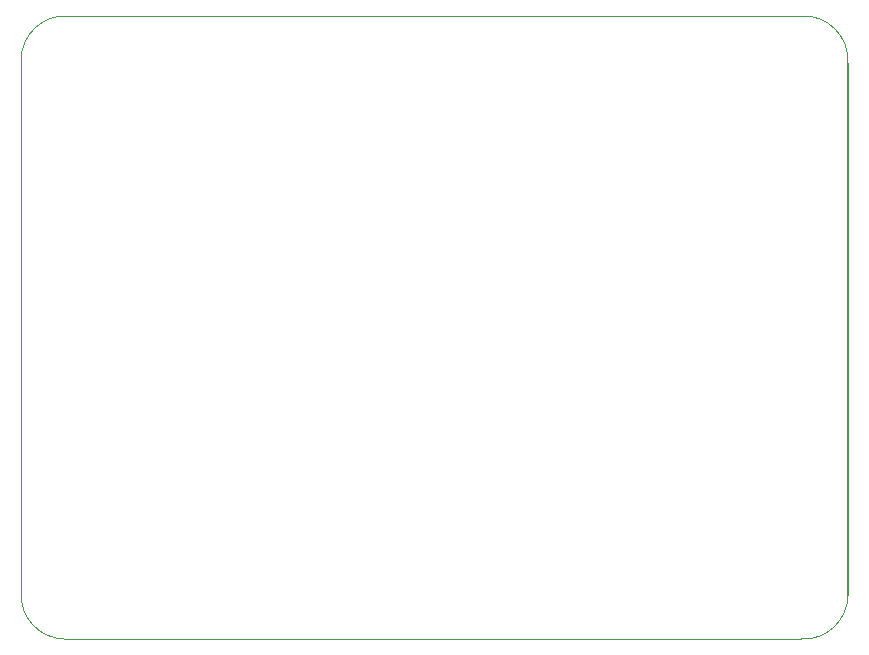
<source format=gbr>
%TF.GenerationSoftware,KiCad,Pcbnew,(5.1.9)-1*%
%TF.CreationDate,2021-05-17T20:36:21+02:00*%
%TF.ProjectId,TIMP_Bowes-Grebene,54494d50-5f42-46f7-9765-732d47726562,rev?*%
%TF.SameCoordinates,Original*%
%TF.FileFunction,Profile,NP*%
%FSLAX46Y46*%
G04 Gerber Fmt 4.6, Leading zero omitted, Abs format (unit mm)*
G04 Created by KiCad (PCBNEW (5.1.9)-1) date 2021-05-17 20:36:21*
%MOMM*%
%LPD*%
G01*
G04 APERTURE LIST*
%TA.AperFunction,Profile*%
%ADD10C,0.050000*%
%TD*%
%TA.AperFunction,Profile*%
%ADD11C,0.150000*%
%TD*%
G04 APERTURE END LIST*
D10*
X154758323Y-119999999D02*
G75*
G02*
X150750001Y-123749999I-3758323J-1D01*
G01*
X150750000Y-71000001D02*
G75*
G02*
X154749999Y-74999999I250000J-3749999D01*
G01*
X88500001Y-123758323D02*
G75*
G02*
X84750001Y-119750001I-1J3758323D01*
G01*
X84741677Y-74750001D02*
G75*
G02*
X88749999Y-71000001I3758323J1D01*
G01*
X84741677Y-74750001D02*
X84750001Y-119750001D01*
X88500001Y-123758323D02*
X150750001Y-123749999D01*
X88749999Y-71000001D02*
X150750000Y-71000001D01*
D11*
X154749999Y-74999999D02*
X154758323Y-119999999D01*
M02*

</source>
